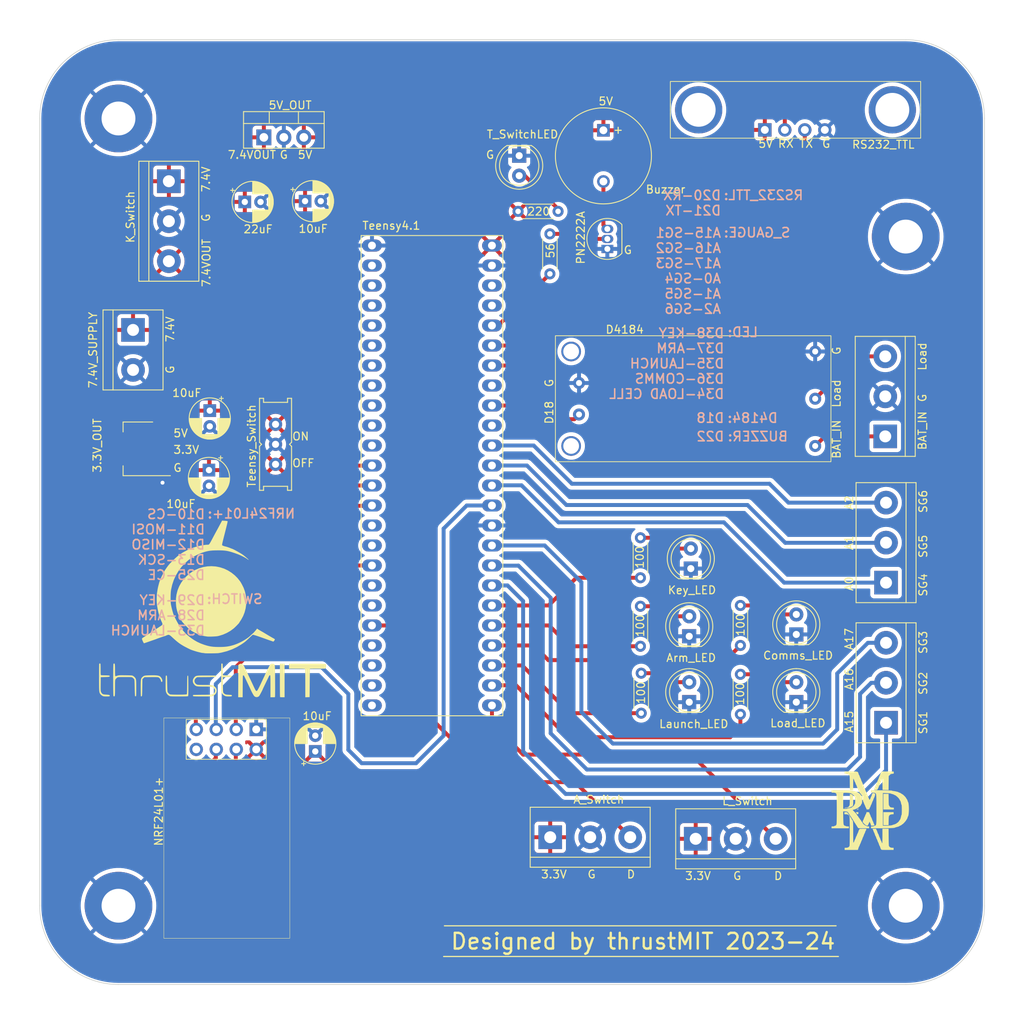
<source format=kicad_pcb>
(kicad_pcb (version 20221018) (generator pcbnew)
  (layers (0 "F.Cu" signal) (31 "B.Cu" power) (34 "B.Paste" user) (35 "F.Paste" user) (36 "B.SilkS" user "B.Silkscreen") (37 "F.SilkS" user "F.Silkscreen") (38 "B.Mask" user) (39 "F.Mask" user) (44 "Edge.Cuts" user))
  (net 0 "")
  (net 1 "Net-(BZ1-+)")
  (net 2 "Net-(D6-A)")
  (net 3 "LOAD")
  (net 4 "BAT_IN")
  (net 5 "3.3V")
  (net 6 "GND")
  (net 7 "Net-(D1-A)")
  (net 8 "Net-(D2-A)")
  (net 9 "Net-(D3-A)")
  (net 10 "Net-(D4-A)")
  (net 11 "Net-(D5-A)")
  (net 12 "Net-(Q1-B)")
  (net 13 "Buzzer")
  (net 24 "NRF_CE")
  (net 25 "NRF_CS")
  (net 26 "NRF_MOSI")
  (net 27 "NRF_MISO")
  (net 28 "SGO1")
  (net 29 "SGO2")
  (net 31 "SGO3")
  (net 33 "RS232_TTL_TX")
  (net 34 "RS232_TTL_RX")
  (net 36 "NRF_SCK")
  (net 37 "Key")
  (net 38 "Arm")
  (net 42 "Launch")
  (net 43 "Comms")
  (net 44 "Load_cell")
  (net 46 "SGO4")
  (net 47 "SGO5")
  (net 48 "SGO6")
  (net 49 "7.4V")
  (net 51 "5V")
  (net 52 "3.3Vin")
  (net 53 "D4184_")
  (net 54 "Key_switch")
  (net 55 "Arm_switch")
  (net 56 "Launch_switch")
  (net 61 "7.4VOUT")
  (footprint "Resistor_THT:R_Axial_DIN0204_L3.6mm_D1.6mm_P5.08mm_Horizontal" (layer "F.Cu") (at 176.5 125.54 90)
    (fp_text reference "R3" hide)
    (fp_text value "68" hide)
    (pad "1" thru_hole circle (at 0 0 90) (size 1.4 1.4) (drill 0.7) (layers "*.Cu" "*.Mask") (net 42 "Launch"))
    (pad "2" thru_hole oval (at 5.08 0 90) (size 1.4 1.4) (drill 0.7) (layers "*.Cu" "*.Mask") (net 9 "Net-(D3-A)"))
  )
  (footprint "Capacitor_THT:CP_Radial_D5.0mm_P2.00mm" (layer "F.Cu") (at 135.1 130.4 90)
    (fp_text reference "C1" hide)
    (fp_text value "10uF" hide)
    (pad "1" thru_hole rect (at 0 0 90) (size 1.6 1.6) (drill 0.8) (layers "*.Cu" "*.Mask") (net 5 "3.3V"))
    (pad "2" thru_hole circle (at 2 0 90) (size 1.6 1.6) (drill 0.8) (layers "*.Cu" "*.Mask") (net 6 "GND"))
  )
  (footprint "Resistor_THT:R_Axial_DIN0204_L3.6mm_D1.6mm_P5.08mm_Horizontal" (layer "F.Cu") (at 189.1 116.94 90)
    (fp_text reference "R4" hide)
    (fp_text value "68" hide)
    (pad "1" thru_hole circle (at 0 0 90) (size 1.4 1.4) (drill 0.7) (layers "*.Cu" "*.Mask") (net 43 "Comms"))
    (pad "2" thru_hole oval (at 5.08 0 90) (size 1.4 1.4) (drill 0.7) (layers "*.Cu" "*.Mask") (net 10 "Net-(D4-A)"))
  )
  (footprint "Capacitor_THT:CP_Radial_D5.0mm_P2.00mm" (layer "F.Cu") (at 126.144887 60.6)
    (fp_text reference "C4" hide)
    (fp_text value "22uF" hide)
    (pad "1" thru_hole rect (at 0 0) (size 1.6 1.6) (drill 0.8) (layers "*.Cu" "*.Mask") (net 61 "7.4VOUT"))
    (pad "2" thru_hole circle (at 2 0) (size 1.6 1.6) (drill 0.8) (layers "*.Cu" "*.Mask") (net 6 "GND"))
  )
  (footprint "TerminalBlock:TerminalBlock_bornier-2_P5.08mm" (layer "F.Cu") (at 111.95 76.86 -90)
    (fp_text reference "J4" hide)
    (fp_text value "7.4V" hide)
    (pad "1" thru_hole rect (at 0 0 270) (size 3 3) (drill 1.52) (layers "*.Cu" "*.Mask") (net 49 "7.4V"))
    (pad "2" thru_hole circle (at 5.08 0 270) (size 3 3) (drill 1.52) (layers "*.Cu" "*.Mask") (net 6 "GND"))
  )
  (footprint "Capacitor_THT:CP_Radial_D5.0mm_P2.00mm" (layer "F.Cu") (at 121.696 87.108888 -90)
    (fp_text reference "C2" hide)
    (fp_text value "10uF" hide)
    (pad "1" thru_hole rect (at 0 0 270) (size 1.6 1.6) (drill 0.8) (layers "*.Cu" "*.Mask") (net 51 "5V"))
    (pad "2" thru_hole circle (at 2 0 270) (size 1.6 1.6) (drill 0.8) (layers "*.Cu" "*.Mask") (net 6 "GND"))
  )
  (footprint "new_lib:EG1218" (layer "F.Cu") (at 130.05 91.39 90)
    (fp_text reference "SW1" hide)
    (fp_text value "SW_SPDT" hide)
    (pad "1" thru_hole circle (at -2.54 0 90) (size 1.6764 1.6764) (drill 0.9) (layers "*.Cu" "*.Mask") (net 5 "3.3V"))
    (pad "2" thru_hole circle (at 0 0 90) (size 1.6764 1.6764) (drill 0.9) (layers "*.Cu" "*.Mask") (net 6 "GND"))
    (pad "3" thru_hole circle (at 2.54 0 90) (size 1.6764 1.6764) (drill 0.9) (layers "*.Cu" "*.Mask") (net 52 "3.3Vin"))
  )
  (footprint "Capacitor_THT:CP_Radial_D5.0mm_P2.00mm" (layer "F.Cu") (at 133.8 60.5)
    (fp_text reference "C5" hide)
    (fp_text value "10uF" hide)
    (pad "1" thru_hole rect (at 0 0) (size 1.6 1.6) (drill 0.8) (layers "*.Cu" "*.Mask") (net 51 "5V"))
    (pad "2" thru_hole circle (at 2 0) (size 1.6 1.6) (drill 0.8) (layers "*.Cu" "*.Mask") (net 6 "GND"))
  )
  (footprint "MountingHole:MountingHole_4.3mm_M4_Pad" (layer "F.Cu") (at 210.1 65)
    (fp_text reference "H2" hide)
    (fp_text value "MountingHole_Pad" hide)
    (pad "1" thru_hole circle (at 0 0) (size 8.6 8.6) (drill 4.3) (layers "*.Cu" "*.Mask") (net 6 "GND"))
  )
  (footprint "LED_THT:LED_D5.0mm" (layer "F.Cu") (at 196.2 115.54 90)
    (fp_text reference "D4" hide)
    (fp_text value "Comms_GLED" hide)
    (pad "1" thru_hole rect (at 0 0 90) (size 1.8 1.8) (drill 0.9) (layers "*.Cu" "*.Mask") (net 6 "GND"))
    (pad "2" thru_hole circle (at 2.54 0 90) (size 1.8 1.8) (drill 0.9) (layers "*.Cu" "*.Mask") (net 10 "Net-(D4-A)"))
  )
  (footprint "new228:D4184" (layer "F.Cu") (at 165.6 77.6)
    (fp_text reference "U3" hide)
    (fp_text value "D4184" hide)
    (pad "1" thru_hole oval (at 3 6) (size 1.524 1.524) (drill 0.762) (layers "*.Cu" "*.Mask") (net 6 "GND"))
    (pad "2" thru_hole oval (at 3 10) (size 1.524 1.524) (drill 0.762) (layers "*.Cu" "*.Mask") (net 53 "D4184_"))
    (pad "3" thru_hole oval (at 33 2) (size 1.524 1.524) (drill 0.762) (layers "*.Cu" "*.Mask") (net 6 "GND"))
    (pad "4" thru_hole oval (at 33 8) (size 1.524 1.524) (drill 0.762) (layers "*.Cu" "*.Mask") (net 3 "LOAD"))
    (pad "5" thru_hole oval (at 33 14) (size 1.524 1.524) (drill 0.762) (layers "*.Cu" "*.Mask") (net 4 "BAT_IN"))
    (pad "6" thru_hole circle (at 2 2) (size 2.5 2.5) (drill 2) (layers "*.Cu" "*.Mask"))
    (pad "7" thru_hole circle (at 2 14) (size 2.5 2.5) (drill 2) (layers "*.Cu" "*.Mask"))
  )
  (footprint "MountingHole:MountingHole_4.3mm_M4_Pad" (layer "F.Cu") (at 210.1 150)
    (fp_text reference "H3" hide)
    (fp_text value "MountingHole_Pad" hide)
    (pad "1" thru_hole circle (at 0 0) (size 8.6 8.6) (drill 4.3) (layers "*.Cu" "*.Mask") (net 6 "GND"))
  )
  (footprint "NEW_LIB0:RS232_TTL" (layer "F.Cu") (at 212 52.5 -90)
    (fp_text reference "U2" hide)
    (fp_text value "RS232_TTL" hide)
    (pad "1" thru_hole rect (at -1.05 19.8 270) (size 1.7 1.7) (drill 1) (layers "*.Cu" "*.Mask") (net 51 "5V"))
    (pad "2" thru_hole circle (at -1.05 17.26 270) (size 1.7 1.7) (drill 1) (layers "*.Cu" "*.Mask") (net 34 "RS232_TTL_RX"))
    (pad "3" thru_hole circle (at -1.05 14.72 270) (size 1.7 1.7) (drill 1) (layers "*.Cu" "*.Mask") (net 33 "RS232_TTL_TX"))
    (pad "4" thru_hole circle (at -1.05 12.18 270) (size 1.7 1.7) (drill 1) (layers "*.Cu" "*.Mask") (net 6 "GND"))
    (pad "5" thru_hole circle (at -3.6 3.6 270) (size 6 6) (drill 4.3) (layers "*.Cu" "*.Mask"))
    (pad "6" thru_hole circle (at -3.6 28.2 270) (size 6 6) (drill 4.3) (layers "*.Cu" "*.Mask"))
  )
  (footprint "teensy:Teensy_4_1_thrustMIT" (layer "F.Cu") (at 149.92 64.87)
    (fp_text reference "Teensy_4_1" hide)
    (fp_text value "Teensy_4_1_thrustMIT" hide)
    (pad "0" thru_hole oval (at -7.62 3.81 90) (size 1.524 2.5) (drill 1) (layers "*.Cu" "*.Mask"))
    (pad "1" thru_hole oval (at -7.62 6.35 90) (size 1.524 2.5) (drill 1) (layers "*.Cu" "*.Mask"))
    (pad "2" thru_hole oval (at -7.62 8.89 90) (size 1.524 2.5) (drill 1) (layers "*.Cu" "*.Mask"))
    (pad "3" thru_hole oval (at -7.62 11.43 90) (size 1.524 2.5) (drill 1) (layers "*.Cu" "*.Mask"))
    (pad "3.3v" thru_hole oval (at -7.62 36.83 90) (size 1.524 2.5) (drill 1) (layers "*.Cu" "*.Mask"))
    (pad "3.3v()" thru_hole oval (at 7.62 6.35 90) (size 1.524 2.5) (drill 1) (layers "*.Cu" "*.Mask"))
    (pad "4" thru_hole oval (at -7.62 13.97 90) (size 1.524 2.5) (drill 1) (layers "*.Cu" "*.Mask"))
    (pad "5" thru_hole oval (at -7.62 16.51 90) (size 1.524 2.5) (drill 1) (layers "*.Cu" "*.Mask"))
    (pad "6" thru_hole oval (at -7.62 19.05 90) (size 1.524 2.5) (drill 1) (layers "*.Cu" "*.Mask"))
    (pad "7" thru_hole oval (at -7.62 21.59 90) (size 1.524 2.5) (drill 1) (layers "*.Cu" "*.Mask"))
    (pad "8" thru_hole oval (at -7.62 24.13 90) (size 1.524 2.5) (drill 1) (layers "*.Cu" "*.Mask"))
    (pad "9" thru_hole oval (at -7.62 26.67 90) (size 1.524 2.5) (drill 1) (layers "*.Cu" "*.Mask"))
    (pad "10" thru_hole oval (at -7.62 29.21 90) (size 1.524 2.5) (drill 1) (layers "*.Cu" "*.Mask") (net 25 "NRF_CS"))
    (pad "11" thru_hole oval (at -7.62 31.75 90) (size 1.524 2.5) (drill 1) (layers "*.Cu" "*.Mask") (net 26 "NRF_MOSI"))
    (pad "12" thru_hole oval (at -7.62 34.29 90) (size 1.524 2.5) (drill 1) (layers "*.Cu" "*.Mask") (net 27 "NRF_MISO"))
    (pad "13" thru_hole oval (at 7.62 34.29 90) (size 1.524 2.5) (drill 1) (layers "*.Cu" "*.Mask") (net 36 "NRF_SCK"))
    (pad "14" thru_hole oval (at 7.62 31.75 90) (size 1.524 2.5) (drill 1) (layers "*.Cu" "*.Mask") (net 46 "SGO4"))
    (pad "15" thru_hole oval (at 7.62 29.21 90) (size 1.524 2.5) (drill 1) (layers "*.Cu" "*.Mask") (net 47 "SGO5"))
    (pad "16" thru_hole oval (at 7.62 26.67 90) (size 1.524 2.5) (drill 1) (layers "*.Cu" "*.Mask") (net 48 "SGO6"))
    (pad "17" thru_hole oval (at 7.62 24.13 90) (size 1.524 2.5) (drill 1) (layers "*.Cu" "*.Mask"))
    (pad "18" thru_hole oval (at 7.62 21.59 90) (size 1.524 2.5) (drill 1) (layers "*.Cu" "*.Mask") (net 53 "D4184_"))
    (pad "19" thru_hole oval (at 7.62 19.05 90) (size 1.524 2.5) (drill 1) (layers "*.Cu" "*.Mask"))
    (pad "20" thru_hole oval (at 7.62 16.51 90) (size 1.524 2.5) (drill 1) (layers "*.Cu" "*.Mask") (net 34 "RS232_TTL_RX"))
    (pad "21" thru_hole oval (at 7.62 13.97 90) (size 1.524 2.5) (drill 1) (layers "*.Cu" "*.Mask") (net 33 "RS232_TTL_TX"))
    (pad "22" thru_hole oval (at 7.62 11.43 90) (size 1.524 2.5) (drill 1) (layers "*.Cu" "*.Mask") (net 13 "Buzzer"))
    (pad "23" thru_hole oval (at 7.62 8.89 90) (size 1.524 2.5) (drill 1) (layers "*.Cu" "*.Mask"))
    (pad "24" thru_hole oval (at -7.62 39.37 90) (size 1.524 2.5) (drill 1) (layers "*.Cu" "*.Mask"))
    (pad "25" thru_hole oval (at -7.62 41.91 90) (size 1.524 2.5) (drill 1) (layers "*.Cu" "*.Mask") (net 24 "NRF_CE"))
    (pad "26" thru_hole oval (at -7.62 44.45 90) (size 1.524 2.5) (drill 1) (layers "*.Cu" "*.Mask"))
    (pad "27" thru_hole oval (at -7.62 46.99 90) (size 1.524 2.5) (drill 1) (layers "*.Cu" "*.Mask"))
    (pad "28" thru_hole oval (at -7.62 49.53 90) (size 1.524 2.5) (drill 1) (layers "*.Cu" "*.Mask") (net 55 "Arm_switch"))
    (pad "29" thru_hole oval (at -7.62 52.07 90) (size 1.524 2.5) (drill 1) (layers "*.Cu" "*.Mask") (net 54 "Key_switch"))
    (pad "30" thru_hole oval (at -7.62 54.61 90) (size 1.524 2.5) (drill 1) (layers "*.Cu" "*.Mask"))
    (pad "31" thru_hole oval (at -7.62 57.15 90) (size 1.524 2.5) (drill 1) (layers "*.Cu" "*.Mask"))
    (pad "32" thru_hole oval (at -7.62 59.69 90) (size 1.524 2.5) (drill 1) (layers "*.Cu" "*.Mask"))
    (pad "33" thru_hole oval (at 7.62 59.69 90) (size 1.524 2.5) (drill 1) (layers "*.Cu" "*.Mask") (net 56 "Launch_switch"))
    (pad "34" thru_hole oval (at 7.62 57.15 90) (size 1.524 2.5) (drill 1) (layers "*.Cu" "*.Mask") (net 44 "Load_cell"))
    (pad "35" thru_hole oval (at 7.62 54.61 90) (size 1.524 2.5) (drill 1) (layers "*.Cu" "*.Mask") (net 42 "Launch"))
    (pad "36" thru_hole oval (at 7.62 52.07 90) (size 1.524 2.5) (drill 1) (layers "*.Cu" "*.Mask") (net 43 "Comms"))
    (pad "37" thru_hole oval (at 7.62 49.53 90) (size 1.524 2.5) (drill 1) (layers "*.Cu" "*.Mask") (net 38 "Arm"))
    (pad "38" thru_hole oval (at 7.62 46.99 90) (size 1.524 2.5) (drill 1) (layers "*.Cu" "*.Mask") (net 37 "Key"))
    (pad "39" thru_hole oval (at 7.62 44.45 90) (size 1.524 2.5) (drill 1) (layers "*.Cu" "*.Mask") (net 28 "SGO1"))
    (pad "40" thru_hole oval (at 7.62 41.91 90) (size 1.524 2.5) (drill 1) (layers "*.Cu" "*.Mask") (net 29 "SGO2"))
    (pad "41" thru_hole oval (at 7.62 39.37 90) (size 1.524 2.5) (drill 1) (layers "*.Cu" "*.Mask") (net 31 "SGO3"))
    (pad "G" thru_hole oval (at -7.62 1.27 90) (size 1.524 2.5) (drill 1) (layers "*.Cu" "*.Mask") (net 6 "GND"))
    (pad "G" thru_hole oval (at 7.62 3.81 90) (size 1.524 2.5) (drill 1) (layers "*.Cu" "*.Mask") (net 6 "GND"))
    (pad "G" thru_hole oval (at 7.62 36.83 90) (size 1.524 2.5) (drill 1) (layers "*.Cu" "*.Mask") (net 6 "GND"))
    (pad "Vin" thru_hole oval (at 7.62 1.27 90) (size 1.524 2.5) (drill 1) (layers "*.Cu" "*.Mask") (net 52 "3.3Vin"))
  )
  (footprint "TerminalBlock:TerminalBlock_bornier-3_P5.08mm" (layer "F.Cu") (at 183.42 141.5)
    (fp_text reference "J3" hide)
    (fp_text value "Launch" hide)
    (pad "1" thru_hole rect (at 0 0) (size 3 3) (drill 1.52) (layers "*.Cu" "*.Mask") (net 5 "3.3V"))
    (pad "2" thru_hole circle (at 5.08 0) (size 3 3) (drill 1.52) (layers "*.Cu" "*.Mask") (net 6 "GND"))
    (pad "3" thru_hole circle (at 10.16 0) (size 3 3) (drill 1.52) (layers "*.Cu" "*.Mask") (net 56 "Launch_switch"))
  )
  (footprint "LED_THT:LED_D5.0mm" (layer "F.Cu") (at 182.6 115.775 90)
    (fp_text reference "D2" hide)
    (fp_text value "Arm_YLED" hide)
    (pad "1" thru_hole rect (at 0 0 90) (size 1.8 1.8) (drill 0.9) (layers "*.Cu" "*.Mask") (net 6 "GND"))
    (pad "2" thru_hole circle (at 2.54 0 90) (size 1.8 1.8) (drill 0.9) (layers "*.Cu" "*.Mask") (net 8 "Net-(D2-A)"))
  )
  (footprint "Resistor_THT:R_Axial_DIN0204_L3.6mm_D1.6mm_P5.08mm_Horizontal" (layer "F.Cu") (at 189.1 125.68 90)
    (fp_text reference "R5" hide)
    (fp_text value "68" hide)
    (pad "1" thru_hole circle (at 0 0 90) (size 1.4 1.4) (drill 0.7) (layers "*.Cu" "*.Mask") (net 44 "Load_cell"))
    (pad "2" thru_hole oval (at 5.08 0 90) (size 1.4 1.4) (drill 0.7) (layers "*.Cu" "*.Mask") (net 11 "Net-(D5-A)"))
  )
  (footprint "TerminalBlock:TerminalBlock_bornier-3_P5.08mm" (layer "F.Cu") (at 164.94 141.3)
    (fp_text reference "J2" hide)
    (fp_text value "Arm" hide)
    (pad "1" thru_hole rect (at 0 0) (size 3 3) (drill 1.52) (layers "*.Cu" "*.Mask") (net 5 "3.3V"))
    (pad "2" thru_hole circle (at 5.08 0) (size 3 3) (drill 1.52) (layers "*.Cu" "*.Mask") (net 6 "GND"))
    (pad "3" thru_hole circle (at 10.16 0) (size 3 3) (drill 1.52) (layers "*.Cu" "*.Mask") (net 55 "Arm_switch"))
  )
  (footprint "Package_TO_SOT_THT:TO-92_Inline" (layer "F.Cu") (at 172.2 66.57 90)
    (fp_text reference "Q1" hide)
    (fp_text value "PN2222A" hide)
    (pad "1" thru_hole rect (at 0 0 90) (size 1.05 1.5) (drill 0.75) (layers "*.Cu" "*.Mask") (net 6 "GND"))
    (pad "2" thru_hole oval (at 1.27 0 90) (size 1.05 1.5) (drill 0.75) (layers "*.Cu" "*.Mask") (net 12 "Net-(Q1-B)"))
    (pad "3" thru_hole oval (at 2.54 0 90) (size 1.05 1.5) (drill 0.75) (layers "*.Cu" "*.Mask") (net 1 "Net-(BZ1-+)"))
  )
  (footprint "Package_TO_SOT_THT:TO-220-3_Vertical" (layer "F.Cu") (at 128.564887 52.4)
    (fp_text reference "U4" hide)
    (fp_text value "LM7805_TO220" hide)
    (pad "1" thru_hole rect (at 0 0) (size 1.905 2) (drill 1.1) (layers "*.Cu" "*.Mask") (net 61 "7.4VOUT"))
    (pad "2" thru_hole oval (at 2.54 0) (size 1.905 2) (drill 1.1) (layers "*.Cu" "*.Mask") (net 6 "GND"))
    (pad "3" thru_hole oval (at 5.08 0) (size 1.905 2) (drill 1.1) (layers "*.Cu" "*.Mask") (net 51 "5V"))
  )
  (footprint "TMIT_LOGO:LOGO_03" (layer "F.Cu") (at 205.6 138.05)
    (fp_text reference "U5" hide)
    (fp_text value "~" hide)
  )
  (footprint "TerminalBlock:TerminalBlock_bornier-3_P5.08mm" (layer "F.Cu") (at 207.6 108.96 90)
    (fp_text reference "J7" hide)
    (fp_text value "SG2" hide)
    (pad "1" thru_hole rect (at 0 0 90) (size 3 3) (drill 1.52) (layers "*.Cu" "*.Mask") (net 46 "SGO4"))
    (pad "2" thru_hole circle (at 5.08 0 90) (size 3 3) (drill 1.52) (layers "*.Cu" "*.Mask") (net 47 "SGO5"))
    (pad "3" thru_hole circle (at 10.16 0 90) (size 3 3) (drill 1.52) (layers "*.Cu" "*.Mask") (net 48 "SGO6"))
  )
  (footprint "Resistor_THT:R_Axial_DIN0204_L3.6mm_D1.6mm_P5.08mm_Horizontal" (layer "F.Cu") (at 160.86 61.8)
    (fp_text reference "R6" hide)
    (fp_text value "220" hide)
    (pad "1" thru_hole circle (at 0 0) (size 1.4 1.4) (drill 0.7) (layers "*.Cu" "*.Mask") (net 52 "3.3Vin"))
    (pad "2" thru_hole oval (at 5.08 0) (size 1.4 1.4) (drill 0.7) (layers "*.Cu" "*.Mask") (net 2 "Net-(D6-A)"))
  )
  (footprint "LED_THT:LED_D5.0mm" (layer "F.Cu") (at 196.2 124.14 90)
    (fp_text reference "D5" hide)
    (fp_text value "LoadCell_GLED" hide)
    (pad "1" thru_hole rect (at 0 0 90) (size 1.8 1.8) (drill 0.9) (layers "*.Cu" "*.Mask") (net 6 "GND"))
    (pad "2" thru_hole circle (at 2.54 0 90) (size 1.8 1.8) (drill 0.9) (layers "*.Cu" "*.Mask") (net 11 "Net-(D5-A)"))
  )
  (footprint "Capacitor_THT:CP_Radial_D5.0mm_P2.00mm" (layer "F.Cu") (at 121.596 94.664 -90)
    (fp_text reference "C3" hide)
    (fp_text value "10uF" hide)
    (pad "1" thru_hole rect (at 0 0 270) (size 1.6 1.6) (drill 0.8) (layers "*.Cu" "*.Mask") (net 5 "3.3V"))
    (pad "2" thru_hole circle (at 2 0 270) (size 1.6 1.6) (drill 0.8) (layers "*.Cu" "*.Mask") (net 6 "GND"))
  )
  (footprint "LED_THT:LED_D5.0mm" (layer "F.Cu") (at 182.8 107.175 90)
    (fp_text reference "D1" hide)
    (fp_text value "Key_GLED" hide)
    (pad "1" thru_hole rect (at 0 0 90) (size 1.8 1.8) (drill 0.9) (layers "*.Cu" "*.Mask") (net 6 "GND"))
    (pad "2" thru_hole circle (at 2.54 0 90) (size 1.8 1.8) (drill 0.9) (layers "*.Cu" "*.Mask") (net 7 "Net-(D1-A)"))
  )
  (footprint "NEW_LIB0:nrf24l01+" (layer "F.Cu") (at 131.86 154.14 -90)
    (fp_text reference "U1" hide)
    (fp_text value "NRF24L01+" hide)
    (pad "1" thru_hole rect (at -26.54 4.26 270) (size 1.7 1.7) (drill 1) (layers "*.Cu" "*.Mask") (net 6 "GND"))
    (pad "2" thru_hole circle (at -24 4.26 270) (size 1.7 1.7) (drill 1) (layers "*.Cu" "*.Mask") (net 5 "3.3V"))
    (pad "3" thru_hole circle (at -26.54 6.8 270) (size 1.7 1.7) (drill 1) (layers "*.Cu" "*.Mask") (net 24 "NRF_CE"))
    (pad "4" thru_hole circle (at -24 6.8 270) (size 1.7 1.7) (drill 1) (layers "*.Cu" "*.Mask") (net 25 "NRF_CS"))
    (pad "5" thru_hole circle (at -26.54 9.34 270) (size 1.7 1.7) (drill 1) (layers "*.Cu" "*.Mask") (net 36 "NRF_SCK"))
    (pad "6" thru_hole circle (at -24 9.34 270) (size 1.7 1.7) (drill 1) (layers "*.Cu" "*.Mask") (net 26 "NRF_MOSI"))
    (pad "7" thru_hole circle (at -26.54 11.88 270) (size 1.7 1.7) (drill 1) (layers "*.Cu" "*.Mask") (net 27 "NRF_MISO"))
    (pad "8" thru_hole circle (at -24 11.88 270) (size 1.7 1.7) (drill 1) (layers "*.Cu" "*.Mask"))
  )
  (footprint "TerminalBlock:TerminalBlock_bornier-3_P5.08mm" (layer "F.Cu") (at 207.5 90.38 90)
    (fp_text reference "J6" hide)
    (fp_text value "D4184" hide)
    (pad "1" thru_hole rect (at 0 0 90) (size 3 3) (drill 1.52) (layers "*.Cu" "*.Mask") (net 4 "BAT_IN"))
    (pad "2" thru_hole circle (at 5.08 0 90) (size 3 3) (drill 1.52) (layers "*.Cu" "*.Mask") (net 6 "GND"))
    (pad "3" thru_hole circle (at 10.16 0 90) (size 3 3) (drill 1.52) (layers "*.Cu" "*.Mask") (net 3 "LOAD"))
  )
  (footprint "Resistor_THT:R_Axial_DIN0204_L3.6mm_D1.6mm_P5.08mm_Horizontal" (layer "F.Cu") (at 176.4 108.34 90)
    (fp_text reference "R1" hide)
    (fp_text value "68" hide)
    (pad "1" thru_hole circle (at 0 0 90) (size 1.4 1.4) (drill 0.7) (layers "*.Cu" "*.Mask") (net 37 "Key"))
    (pad "2" thru_hole oval (at 5.08 0 90) (size 1.4 1.4) (drill 0.7) (layers "*.Cu" "*.Mask") (net 7 "Net-(D1-A)"))
  )
  (footprint "Package_TO_SOT_SMD:SOT-223-3_TabPin2" (layer "F.Cu") (at 112.596 91.964 180)
    (fp_text reference "U6" hide)
    (fp_text value "AMS1117-3.3" hide)
    (pad "1" smd rect (at -3.15 -2.3 180) (size 2 1.5) (layers "F.Cu" "F.Paste" "F.Mask") (net 6 "GND"))
    (pad "2" smd rect (at -3.15 0 180) (size 2 1.5) (layers "F.Cu" "F.Paste" "F.Mask") (net 5 "3.3V"))
    (pad "2" smd rect (at 3.15 0 180) (size 2 3.8) (layers "F.Cu" "F.Paste" "F.Mask") (net 5 "3.3V"))
    (pad "3" smd rect (at -3.15 2.3 180) (size 2 1.5) (layers "F.Cu" "F.Paste" "F.Mask") (net 51 "5V"))
  )
  (footprint "TerminalBlock:TerminalBlock_bornier-3_P5.08mm" (layer "F.Cu") (at 116.5 57.97 -90)
    (fp_text reference "J1" hide)
    (fp_text value "Key" hide)
    (pad "1" thru_hole rect (at 0 0 270) (size 3 3) (drill 1.52) (layers "*.Cu" "*.Mask") (net 49 "7.4V"))
    (pad "2" thru_hole circle (at 5.08 0 270) (size 3 3) (drill 1.52) (layers "*.Cu" "*.Mask") (net 6 "GND"))
    (pad "3" thru_hole circle (at 10.16 0 270) (size 3 3) (drill 1.52) (layers "*.Cu" "*.Mask") (net 61 "7.4VOUT"))
  )
  (footprint "LED_THT:LED_D5.0mm" (layer "F.Cu") (at 182.6 124.14 90)
    (fp_text reference "D3" hide)
    (fp_text value "Launch_RLED" hide)
    (pad "1" thru_hole rect (at 0 0 90) (size 1.8 1.8) (drill 0.9) (layers "*.Cu" "*.Mask") (net 6 "GND"))
    (pad "2" thru_hole circle (at 2.54 0 90) (size 1.8 1.8) (drill 0.9) (layers "*.Cu" "*.Mask") (net 9 "Net-(D3-A)"))
  )
  (footprint "Buzzer_Beeper:MagneticBuzzer_ProSignal_ABT-410-RC" (layer "F.Cu") (at 171.7 51.5 -90)
    (fp_text reference "BZ1" hide)
    (fp_text value "Buzzer" hide)
    (fp_text user "+" (at 0 -1.8 90) (layer "F.SilkS"))
    (pad "1" thru_hole rect (at 0 0 270) (size 1.6 1.6) (drill 1) (layers "*.Cu" "*.Mask") (net 51 "5V"))
    (pad "2" thru_hole circle (at 6.5 0 270) (size 1.6 1.6) (drill 1) (layers "*.Cu" "*.Mask") (net 1 "Net-(BZ1-+)"))
  )
  (footprint "LED_THT:LED_D5.0mm" (layer "F.Cu") (at 161 54.725 -90)
    (fp_text reference "D6" hide)
    (fp_text value "Teensy_Switch" hide)
    (pad "1" thru_hole rect (at 0 0 270) (size 1.8 1.8) (drill 0.9) (layers "*.Cu" "*.Mask") (net 6 "GND"))
    (pad "2" thru_hole circle (at 2.54 0 270) (size 1.8 1.8) (drill 0.9) (layers "*.Cu" "*.Mask") (net 2 "Net-(D6-A)"))
  )
  (footprint "MountingHole:MountingHole_4.3mm_M4_Pad" (layer "F.Cu") (at 110.1 150)
    (fp_text reference "H4" hide)
    (fp_text value "MountingHole_Pad" hide)
    (pad "1" thru_hole circle (at 0 0) (size 8.6 8.6) (drill 4.3) (layers "*.Cu" "*.Mask") (net 6 "GND"))
  )
  (footprint "Resistor_THT:R_Axial_DIN0204_L3.6mm_D1.6mm_P5.08mm_Horizontal" (layer "F.Cu") (at 176.4 117.04 90)
    (fp_text reference "R2" hide)
    (fp_text value "68" hide)
    (pad "1" thru_hole circle (at 0 0 90) (size 1.4 1.4) (drill 0.7) (layers "*.Cu" "*.Mask") (net 38 "Arm"))
    (pad "2" thru_hole oval (at 5.08 0 90) (size 1.4 1.4) (drill 0.7) (layers "*.Cu" "*.Mask") (net 8 "Net-(D2-A)"))
  )
  (footprint "MountingHole:MountingHole_4.3mm_M4_Pad" (layer "F.Cu") (at 110.1 50)
    (fp_text reference "H1" hide)
    (fp_text value "MountingHole_Pad" hide)
    (pad "1" thru_hole circle (at 0 0) (size 8.6 8.6) (drill 4.3) (layers "*.Cu" "*.Mask") (net 6 "GND"))
  )
  (footprint "TerminalBlock:TerminalBlock_bornier-3_P5.08mm" (layer "F.Cu") (at 207.6 126.76 90)
    (fp_text reference "J5" hide)
    (fp_text value "SG1" hide)
    (pad "1" thru_hole rect (at 0 0 90) (size 3 3) (drill 1.52) (layers "*.Cu" "*.Mask") (net 28 "SGO1"))
    (pad "2" thru_hole circle (at 5.08 0 90) (size 3 3) (drill 1.52) (layers "*.Cu" "*.Mask") (net 29 "SGO2"))
    (pad "3" thru_hole circle (at 10.16 0 90) (size 3 3) (drill 1.52) (layers "*.Cu" "*.Mask") (net 31 "SGO3"))
  )
  (footprint "Resistor_THT:R_Axial_DIN0204_L3.6mm_D1.6mm_P5.08mm_Horizontal" (layer "F.Cu") (at 164.9 69.74 90)
    (fp_text reference "R7" hide)
    (fp_text value "56" hide)
    (pad "1" thru_hole circle (at 0 0 90) (size 1.4 1.4) (drill 0.7) (layers "*.Cu" "*.Mask") (net 13 "Buzzer"))
    (pad "2" thru_hole oval (at 5.08 0 90) (size 1.4 1.4) (drill 0.7) (layers "*.Cu" "*.Mask") (net 12 "Net-(Q1-B)"))
  )
  (footprint "TMIT_LOGO:LOGO__01" (layer "F.Cu") (at 121.812114 110.867579)
    (fp_text reference "U7" hide)
    (fp_text value "~" hide)
  )
  (gr_line (start 151.5 152.55) (end 201.25 152.55) (stroke (width 0.15)) (layer "F.SilkS"))
  (gr_line (start 151.4 156.45) (end 201.55 156.45) (stroke (width 0.15)) (layer "F.SilkS"))
  (gr_arc (start 210.1 40) (mid 217.171068 42.928932) (end 220.1 50) (stroke (width 0.1)) (layer "Edge.Cuts"))
  (gr_line (start 110.1 40) (end 210.1 40) (stroke (width 0.1)) (layer "Edge.Cuts"))
  (gr_line (start 220.1 50) (end 220.1 150) (stroke (width 0.1)) (layer "Edge.Cuts"))
  (gr_arc (start 100.1 50) (mid 103.028932 42.928932) (end 110.1 40) (stroke (width 0.1)) (layer "Edge.Cuts"))
  (gr_line (start 100.1 150) (end 100.1 50) (stroke (width 0.1)) (layer "Edge.Cuts"))
  (gr_line (start 210.1 160) (end 110.1 160) (stroke (width 0.1)) (layer "Edge.Cuts"))
  (gr_arc (start 110.1 160) (mid 103.028932 157.071068) (end 100.1 150) (stroke (width 0.1)) (layer "Edge.Cuts"))
  (gr_arc (start 220.1 150) (mid 217.171068 157.071068) (end 210.1 160) (stroke (width 0.1)) (layer "Edge.Cuts"))
  (gr_text "BUZZER:" (at 195.25 91.1) (layer "B.SilkS") (effects (font (size 1.2 1.2) (thickness 0.2) bold) (justify left bottom mirror)))
  (gr_text "D18" (at 187.15 88.75) (layer "B.SilkS") (effects (font (size 1.2 1.2) (thickness 0.2) bold) (justify left bottom mirror)))
  (gr_text "D22" (at 187.15 91.1) (layer "B.SilkS") (effects (font (size 1.2 1.2) (thickness 0.2) bold) (justify left bottom mirror)))
  (gr_text "RS232_TTL:" (at 197.2 60.45) (layer "B.SilkS") (effects (font (size 1.2 1.2) (thickness 0.2) bold) (justify left bottom mirror)))
  (gr_text "A0-SG4\nA1-SG5\nA2-SG6" (at 186.75 74.9) (layer "B.SilkS") (effects (font (size 1.2 1.2) (thickness 0.2) bold) (justify left bottom mirror)))
  (gr_text "NRF24L01+:" (at 132.65 100.9) (layer "B.SilkS") (effects (font (size 1.2 1.2) (thickness 0.2) bold) (justify left bottom mirror)))
  (gr_text "LED:" (at 191.45 77.85) (layer "B.SilkS") (effects (font (size 1.2 1.2) (thickness 0.2) bold) (justify left bottom mirror)))
  (gr_text "SWITCH:" (at 128.5 111.75) (layer "B.SilkS") (effects (font (size 1.2 1.2) (thickness 0.2) bold) (justify left bottom mirror)))
  (gr_text "D10-CS\nD11-MOSI\nD12-MISO\nD13-SCK\nD25-CE" (at 121.2 108.7) (layer "B.SilkS") (effects (font (size 1.2 1.2) (thickness 0.2) bold) (justify left bottom mirror)))
  (gr_text "D20-RX\nD21-TX" (at 186.75 62.4) (layer "B.SilkS") (effects (font (size 1.2 1.2) (thickness 0.2) bold) (justify left bottom mirror)))
  (gr_text "S_GAUGE:" (at 195.55 65.2) (layer "B.SilkS") (effects (font (size 1.2 1.2) (thickness 0.2) bold) (justify left bottom mirror)))
  (gr_text "D29-KEY\nD28-ARM\nD33-LAUNCH" (at 121.2 115.75) (layer "B.SilkS") (effects (font (size 1.2 1.2) (thickness 0.2) bold) (justify left bottom mirror)))
  (gr_text "D4184: " (at 193.95 88.75) (layer "B.SilkS") (effects (font (size 1.2 1.2) (thickness 0.2) bold) (justify left bottom mirror)))
  (gr_text "D38-KEY\nD37-ARM\nD35-LAUNCH\nD36-COMMS\nD34-LOAD CELL" (at 187.15 85.7) (layer "B.SilkS") (effects (font (size 1.2 1.2) (thickness 0.2) bold) (justify left bottom mirror)))
  (gr_text "A15-SG1\nA16-SG2\nA17-SG3" (at 186.75 69.1) (layer "B.SilkS") (effects (font (size 1.2 1.2) (thickness 0.2) bold) (justify left bottom mirror)))
  (gr_text "T_SwitchLED" (at 156.8 52.6) (layer "F.SilkS") (effects (font (size 1 1)) (justify left bottom)))
  (gr_text "BAT_IN" (at 212.8 92.2 90) (layer "F.SilkS") (effects (font (size 1 1)) (justify left bottom)))
  (gr_text "A2" (at 203.5 99.8 90) (layer "F.SilkS") (effects (font (size 1 1)) (justify left bottom)))
  (gr_text "G" (at 116.996 94.964) (layer "F.SilkS") (effects (font (size 1 1)) (justify left bottom)))
  (gr_text "G" (at 199.4 53.8) (layer "F.SilkS") (effects (font (size 1 1)) (justify left bottom)))
  (gr_text "SG4" (at 212.9 110.8 90) (layer "F.SilkS") (effects (font (size 1 1)) (justify left bottom)))
  (gr_text "BAT_IN" (at 201.9 93.3 90) (layer "F.SilkS") (effects (font (size 1 1)) (justify left bottom)))
  (gr_text "PN2222A" (at 169.4 68.6 90) (layer "F.SilkS") (effects (font (size 1 1)) (justify left bottom)))
  (gr_text "D" (at 174.6 146.6) (layer "F.SilkS") (effects (font (size 1 1)) (justify left bottom)))
  (gr_text "G" (at 156.7 55.2) (layer "F.SilkS") (effects (font (size 1 1)) (justify left bottom)))
  (gr_text "10uF" (at 116.1 99.55) (layer "F.SilkS") (effects (font (size 1 1)) (justify left bottom)))
  (gr_text "D18" (at 165.4 88.9 90) (layer "F.SilkS") (effects (font (size 1 1)) (justify left bottom)))
  (gr_text "3.3V_OUT" (at 107.996 95.064 90) (layer "F.SilkS") (effects (font (size 1 1)) (justify left bottom)))
  (gr_text "D4184" (at 171.9 77.4) (layer "F.SilkS") (effects (font (size 1 1)) (justify left bottom)))
  (gr_text "10uF" (at 133.4 126.5) (layer "F.SilkS") (effects (font (size 1 1)) (justify left bottom)))
  (gr_text "A17" (at 203.5 117.6 90) (layer "F.SilkS") (effects (font (size 1 1)) (justify left bottom)))
  (gr_text "A_Switch" (at 167.8 137.1) (layer "F.SilkS") (effects (font (size 1 1)) (justify left bottom)))
  (gr_text "A16" (at 203.5 122.7 90) (layer "F.SilkS") (effects (font (size 1 1)) (justify left bottom)))
  (gr_text "5V" (at 132.8 55.2) (layer "F.SilkS") (effects (font (size 1 1)) (justify left bottom)))
  (gr_text "Key_LED" (at 179.8 110.5) (layer "F.SilkS") (effects (font (size 1 1)) (justify left bottom)))
  (gr_text "7.4VOUT" (at 123.9 55.2) (layer "F.SilkS") (effects (font (size 1 1)) (justify left bottom)))
  (gr_text "7.4V_SUPPLY" (at 107.45 84.35 90) (layer "F.SilkS") (effects (font (size 1 1)) (justify left bottom)))
  (gr_text "RX" (at 193.8 53.8) (layer "F.SilkS") (effects (font (size 1 1)) (justify left bottom)))
  (gr_text "TX" (at 196.5 53.8) (layer "F.SilkS") (effects (font (size 1 1)) (justify left bottom)))
  (gr_text "G" (at 212.8 86.1 90) (layer "F.SilkS") (effects (font (size 1 1)) (justify left bottom)))
  (gr_text "Comms_LED" (at 191.9 118.8) (layer "F.SilkS") (effects (font (size 1 1)) (justify left bottom)))
  (gr_text "5V" (at 116.996 90.564) (layer "F.SilkS") (effects (font (size 1 1)) (justify left bottom)))
  (gr_text "G" (at 117.25 82.5 90) (layer "F.SilkS") (effects (font (size 1 1)) (justify left bottom)))
  (gr_text "10uF" (at 132.9 64.6) (layer "F.SilkS") (effects (font (size 1 1)) (justify left bottom)))
  (gr_text "22uF" (at 125.9 64.65) (layer "F.SilkS") (effects (font (size 1 1)) (justify left bottom)))
  (gr_text "SG2" (at 212.9 123.3 90) (layer "F.SilkS") (effects (font (size 1 1)) (justify left bottom)))
  (gr_text "ON" (at 132.096 90.964) (layer "F.SilkS") (effects (font (size 1 1)) (justify left bottom)))
  (gr_text "Teensy4.1" (at 141 64.2) (layer "F.SilkS") (effects (font (size 1 1)) (justify left bottom)))
  (gr_text "5V" (at 191.3 53.8) (layer "F.SilkS") (effects (font (size 1 1)) (justify left bottom)))
  (gr_text "3.3V" (at 182 146.8) (layer "F.SilkS") (effects (font (size 1 1)) (justify left bottom)))
  (gr_text "G" (at 201.9 80.1 90) (layer "F.SilkS") (effects (font (size 1 1)) (justify left bottom)))
  (gr_text "Load" (at 201.9 86.8 90) (layer "F.SilkS") (effects (font (size 1 1)) (justify left bottom)))
  (gr_text "A0" (at 203.5 110.1 90) (layer "F.SilkS") (effects (font (size 1 1)) (justify left bottom)))
  (gr_text "7.4V" (at 121.8 59.45 90) (layer "F.SilkS") (effects (font (size 1 1)) (justify left bottom)))
  (gr_text "Teensy_Switch" (at 127.596 96.964 90) (layer "F.SilkS") (effects (font (size 1 1)) (justify left bottom)))
  (gr_text "G" (at 121.8 63.2 90) (layer "F.SilkS") (effects (font (size 1 1)) (justify left bottom)))
  (gr_text "SG1" (at 212.9 128.3 90) (layer "F.SilkS") (effects (font (size 1 1)) (justify left bottom)))
  (gr_text "100" (at 189.7 115.85 90) (layer "F.SilkS") (effects (font (size 1 1)) (justify left bottom)))
  (gr_text "3.3V" (at 116.996 92.664) (layer "F.SilkS") (effects (font (size 1 1)) (justify left bottom)))
  (gr_text "Load_LED" (at 192.8 127.4) (layer "F.SilkS") (effects (font (size 1 1)) (justify left bottom)))
  (gr_text "7.4V" (at 117.25 78.5 90) (layer "F.SilkS") (effects (font (size 1 1)) (justify left bottom)))
  (gr_text "SG5" (at 212.9 105.9 90) (layer "F.SilkS") (effects (font (size 1 1)) (justify left bottom)))
  (gr_text "A1" (at 203.5 104.9 90) (layer "F.SilkS") (effects (font (size 1 1)) (justify left bottom)))
  (gr_text "10uF" (at 116.85 85.45) (layer "F.SilkS") (effects (font (size 1 1)) (justify left bottom)))
  (gr_text "3.3V" (at 163.7 146.6) (layer "F.SilkS") (effects (font (size 1 1)) (justify left bottom)))
  (gr_text "56" (at 165.55 67.85 90) (layer "F.SilkS") (effects (font (size 1 1)) (justify left bottom)))
  (gr_text "5V_OUT" (at 129.1 48.9) (layer "F.SilkS") (effects (font (size 1 1)) (justify left bottom)))
  (gr_text "SG3" (at 212.9 118.1 90) (layer "F.SilkS") (effects (font (size 1 1)) (justify left bottom)))
  (gr_text "Load" (at 212.8 82.1 90) (layer "F.SilkS") (effects (font (size 1 1)) (justify left bottom)))
  (gr_text "G" (at 188.1 146.8) (layer "F.SilkS") (effects (font (size 1 1)) (justify left bottom)))
  (gr_text "100" (at 176.9 107.25 90) (layer "F.SilkS") (effects (font (size 1 1)) (justify left bottom)))
  (gr_text "NRF24L01+" (at 115.8 142.5 90) (layer "F.SilkS") (effects (font (size 1 1)) (justify left bottom)))
  (gr_text "D" (at 193.3 146.8) (layer "F.SilkS") (effects (font (size 1 1)) (justify left bottom)))
  (gr_text "5V" (at 171 48.4) (layer "F.SilkS") (effects (font (size 1 1)) (justify left bottom)))
  (gr_text "100" (at 176.95 115.95 90) (layer "F.SilkS") (effects (font (size 1 1)) (justify left bottom)))
  (gr_text "A15" (at 203.5 128.1 90) (layer "F.SilkS") (effects (font (size 1 1)) (justify left bottom)))
  (gr_text "Arm_LED" (at 179.6 119.1) (layer "F.SilkS") (effects (font (size 1 1)) (justify left bottom)))
  (gr_text "RS232_TTL" (at 203.2 53.9) (layer "F.SilkS") (effects (font (size 1 1)) (justify left bottom)))
  (gr_text "SG6" (at 212.9 100.2 90) (layer "F.SilkS") (effects (font (size 1 1)) (justify left bottom)))
  (gr_text "Buzzer" (at 177 59.6) (layer "F.SilkS") (effects (font (size 1 1)) (justify left bottom)))
  (gr_text "G" (at 174.2 67.3) (layer "F.SilkS") (effects (font (size 1 1)) (justify left bottom)))
  (gr_text "220" (at 161.95 62.4) (layer "F.SilkS") (effects (font (size 1 1)) (justify left bottom)))
  (gr_text "G" (at 165.4 84.2 90) (layer "F.SilkS") (effects (font (size 1 1)) (justify left bottom)))
  (gr_text "Designed by thrustMIT 2023-24" (at 152.15 155.7) (layer "F.SilkS") (effects (font (size 2 2) (thickness 0.3)) (justify left bottom)))
  (gr_text "Launch_LED" (at 178.7 127.5) (layer "F.SilkS") (effects (font (size 1 1)) (justify left bottom)))
  (gr_text "K_Switch" (at 112.2 65.9 90) (layer "F.SilkS") (effects (font (size 1 1)) (justify left bottom)))
  (gr_text "G" (at 169.6 146.6) (layer "F.SilkS") (effects (font (size 1 1)) (justify left bottom)))
  (gr_text "L_Switch" (at 186.7 137.3) (layer "F.SilkS") (effects (font (size 1 1)) (justify left bottom)))
  (gr_text "100" (at 189.65 124.6 90) (layer "F.SilkS") (effects (font (size 1 1)) (justify left bottom)))
  (gr_text "7.4VOUT" (at 121.85 71.5 90) (layer "F.SilkS") (effects (font (size 1 1)) (justify left bottom)))
  (gr_text "100" (at 177.05 124.45 90) (layer "F.SilkS") (effects (font (size 1 1)) (justify left bottom)))
  (gr_text "OFF" (at 132.096 94.364) (layer "F.SilkS") (effects (font (size 1 1)) (justify left bottom)))
  (gr_text "G" (at 130.5 55.2) (layer "F.SilkS") (effects (font (size 1 1)) (justify left bottom)))
  (segment (start 171.7 63.53) (end 172.2 64.03) (width 0.5) (layer "F.Cu") (net 1))
  (segment (start 171.7 58) (end 171.7 63.53) (width 0.5) (layer "F.Cu") (net 1))
  (segment (start 161.705 57.265) (end 165.84 61.4) (width 0.5) (layer "F.Cu") (net 2))
  (segment (start 161 57.265) (end 161.705 57.265) (width 0.5) (layer "F.Cu") (net 2))
  (segment (start 203.98 80.22) (end 207.5 80.22) (width 0.5) (layer "F.Cu") (net 3))
  (segment (start 198.6 85.6) (end 203.98 80.22) (width 0.5) (layer "F.Cu") (net 3))
  (segment (start 199.82 90.38) (end 207.5 90.38) (width 0.5) (layer "F.Cu") (net 4))
  (segment (start 198.6 91.6) (end 199.82 90.38) (width 0.5) (layer "F.Cu") (net 4))
  (via (at 115.696 96.264) (size 0.8) (drill 0.5) (layers "F.Cu" "B.Cu") (net 6))
  (segment (start 180.635 104.635) (end 179.26 103.26) (width 0.5) (layer "F.Cu") (net 7))
  (segment (start 179.26 103.26) (end 176.4 103.26) (width 0.5) (layer "F.Cu") (net 7))
  (segment (start 182.8 104.635) (end 180.635 104.635) (width 0.5) (layer "F.Cu") (net 7))
  (segment (start 180.235 113.235) (end 178.96 111.96) (width 0.5) (layer "F.Cu") (net 8))
  (segment (start 178.96 111.96) (end 176.4 111.96) (width 0.5) (layer "F.Cu") (net 8))
  (segment (start 182.6 113.235) (end 180.235 113.235) (width 0.5) (layer "F.Cu") (net 8))
  (segment (start 179.7 121.6) (end 178.56 120.46) (width 0.5) (layer "F.Cu") (net 9))
  (segment (start 178.56 120.46) (end 176.5 120.46) (width 0.5) (layer "F.Cu") (net 9))
  (segment (start 182.6 121.6) (end 179.7 121.6) (width 0.5) (layer "F.Cu") (net 9))
  (segment (start 192.16 111.86) (end 189.1 111.86) (width 0.5) (layer "F.Cu") (net 10))
  (segment (start 193.3 113) (end 192.16 111.86) (width 0.5) (layer "F.Cu") (net 10))
  (segment (start 196.2 113) (end 193.3 113) (width 0.5) (layer "F.Cu") (net 10))
  (segment (start 196.2 121.6) (end 193.6 121.6) (width 0.5) (layer "F.Cu") (net 11))
  (segment (start 193.6 121.6) (end 192.6 120.6) (width 0.5) (layer "F.Cu") (net 11))
  (segment (start 192.6 120.6) (end 189.1 120.6) (width 0.5) (layer "F.Cu") (net 11))
  (segment (start 167.66 64.66) (end 164.9 64.66) (width 0.5) (layer "F.Cu") (net 12))
  (segment (start 168.3 65.3) (end 167.66 64.66) (width 0.5) (layer "F.Cu") (net 12))
  (segment (start 172.2 65.3) (end 168.3 65.3) (width 0.5) (layer "F.Cu") (net 12))
  (segment (start 158.34 76.3) (end 157.54 76.3) (width 0.5) (layer "F.Cu") (net 13))
  (segment (start 164.9 69.74) (end 158.34 76.3) (width 0.5) (layer "F.Cu") (net 13))
  (segment (start 125 119.7) (end 137.92 106.78) (width 0.5) (layer "F.Cu") (net 24))
  (segment (start 125 127.66) (end 125 119.7) (width 0.5) (layer "F.Cu") (net 24))
  (segment (start 137.92 106.78) (end 142.3 106.78) (width 0.5) (layer "F.Cu") (net 24))
  (segment (start 115.1 115.6) (end 115.1 131.6) (width 0.5) (layer "F.Cu") (net 25))
  (segment (start 136.6 94.1) (end 115.1 115.6) (width 0.5) (layer "F.Cu") (net 25))
  (segment (start 117.8 134.3) (end 122.6 134.3) (width 0.5) (layer "F.Cu") (net 25))
  (segment (start 122.6 134.3) (end 125 131.9) (width 0.5) (layer "F.Cu") (net 25))
  (segment (start 115.1 131.6) (end 117.8 134.3) (width 0.5) (layer "F.Cu") (net 25))
  (segment (start 125 131.9) (end 125 130.2) (width 0.5) (layer "F.Cu") (net 25))
  (segment (start 142.3 94.08) (end 142.28 94.1) (width 0.5) (layer "F.Cu") (net 25))
  (segment (start 142.28 94.1) (end 136.6 94.1) (width 0.5) (layer "F.Cu") (net 25))
  (segment (start 142.3 96.62) (end 137.18 96.62) (width 0.5) (layer "F.Cu") (net 26))
  (segment (start 117 131.1) (end 118.4 132.5) (width 0.5) (layer "F.Cu") (net 26))
  (segment (start 137.18 96.62) (end 117 116.8) (width 0.5) (layer "F.Cu") (net 26))
  (segment (start 118.4 132.5) (end 121.2 132.5) (width 0.5) (layer "F.Cu") (net 26))
  (segment (start 122.46 131.24) (end 122.46 130.2) (width 0.5) (layer "F.Cu") (net 26))
  (segment (start 117 116.8) (end 117 131.1) (width 0.5) (layer "F.Cu") (net 26))
  (segment (start 121.2 132.5) (end 122.46 131.24) (width 0.5) (layer "F.Cu") (net 26))
  (segment (start 142.26 99.2) (end 142.3 99.16) (width 0.5) (layer "F.Cu") (net 27))
  (segment (start 138.9 99.2) (end 142.26 99.2) (width 0.5) (layer "F.Cu") (net 27))
  (segment (start 138.9 99.2) (end 119.92 118.18) (width 0.5) (layer "F.Cu") (net 27))
  (segment (start 119.92 127.66) (end 119.92 118.18) (width 0.5) (layer "F.Cu") (net 27))
  (segment (start 161.5 111.3) (end 159.52 109.32) (width 0.5) (layer "B.Cu") (net 28))
  (segment (start 204.6 135.8) (end 166.9 135.8) (width 0.5) (layer "B.Cu") (net 28))
  (segment (start 159.52 109.32) (end 157.54 109.32) (width 0.5) (layer "B.Cu") (net 28))
  (segment (start 166.9 135.8) (end 161.5 130.4) (width 0.5) (layer "B.Cu") (net 28))
  (segment (start 207.6 132.8) (end 204.6 135.8) (width 0.5) (layer "B.Cu") (net 28))
  (segment (start 207.6 126.76) (end 207.6 132.8) (width 0.5) (layer "B.Cu") (net 28))
  (segment (start 161.5 130.4) (end 161.5 111.3) (width 0.5) (layer "B.Cu") (net 28))
  (segment (start 204.3 131.1) (end 202.7 132.7) (width 0.5) (layer "B.Cu") (net 29))
  (segment (start 160.9 106.8) (end 157.56 106.8) (width 0.5) (layer "B.Cu") (net 29))
  (segment (start 165 128.1) (end 165 110.9) (width 0.5) (layer "B.Cu") (net 29))
  (segment (start 169.6 132.7) (end 165 128.1) (width 0.5) (layer "B.Cu") (net 29))
  (segment (start 205.72 121.68) (end 204.3 123.1) (width 0.5) (layer "B.Cu") (net 29))
  (segment (start 202.7 132.7) (end 169.6 132.7) (width 0.5) (layer "B.Cu") (net 29))
  (segment (start 204.3 123.1) (end 204.3 131.1) (width 0.5) (layer "B.Cu") (net 29))
  (segment (start 165 110.9) (end 160.9 106.8) (width 0.5) (layer "B.Cu") (net 29))
  (segment (start 157.56 106.8) (end 157.54 106.78) (width 0.5) (layer "B.Cu") (net 29))
  (segment (start 207.6 121.68) (end 205.72 121.68) (width 0.5) (layer "B.Cu") (net 29))
  (segment (start 201.4 127.6) (end 199.6 129.4) (width 0.5) (layer "B.Cu") (net 31))
  (segment (start 164.24 104.24) (end 157.54 104.24) (width 0.5) (layer "B.Cu") (net 31))
  (segment (start 207.6 116.6) (end 205.3 116.6) (width 0.5) (layer "B.Cu") (net 31))
  (segment (start 205.3 116.6) (end 201.4 120.5) (width 0.5) (layer "B.Cu") (net 31))
  (segment (start 168.9 108.9) (end 164.24 104.24) (width 0.5) (layer "B.Cu") (net 31))
  (segment (start 172.9 129.4) (end 168.9 125.4) (width 0.5) (layer "B.Cu") (net 31))
  (segment (start 199.6 129.4) (end 172.9 129.4) (width 0.5) (layer "B.Cu") (net 31))
  (segment (start 168.9 125.4) (end 168.9 108.9) (width 0.5) (layer "B.Cu") (net 31))
  (segment (start 201.4 120.5) (end 201.4 127.6) (width 0.5) (layer "B.Cu") (net 31))
  (segment (start 159.96 78.84) (end 157.54 78.84) (width 0.5) (layer "F.Cu") (net 33))
  (segment (start 197.29 57.21) (end 184.71 69.79) (width 0.5) (layer "F.Cu") (net 33))
  (segment (start 184.7 69.7) (end 169.1 69.7) (width 0.5) (layer "F.Cu") (net 33))
  (segment (start 169.1 69.7) (end 159.96 78.84) (width 0.5) (layer "F.Cu") (net 33))
  (segment (start 197.28 51.45) (end 197.28 57.12) (width 0.5) (layer "F.Cu") (net 33))
  (segment (start 187.6 72.5) (end 169.2 72.5) (width 0.5) (layer "F.Cu") (net 34))
  (segment (start 202 49.1) (end 202 58.1) (width 0.5) (layer "F.Cu") (net 34))
  (segment (start 160.32 81.38) (end 157.54 81.38) (width 0.5) (layer "F.Cu") (net 34))
  (segment (start 169.2 72.5) (end 160.32 81.38) (width 0.5) (layer "F.Cu") (net 34))
  (segment (start 195.9 48.1) (end 201 48.1) (width 0.5) (layer "F.Cu") (net 34))
  (segment (start 194.74 49.26) (end 195.9 48.1) (width 0.5) (layer "F.Cu") (net 34))
  (segment (start 201 48.1) (end 202 49.1) (width 0.5) (layer "F.Cu") (net 34))
  (segment (start 194.74 51.45) (end 194.74 49.26) (width 0.5) (layer "F.Cu") (net 34))
  (segment (start 202 58.1) (end 187.6 72.5) (width 0.5) (layer "F.Cu") (net 34))
  (segment (start 135.9 119.7) (end 139.3 123.1) (width 0.5) (layer "B.Cu") (net 36))
  (segment (start 124.6 119.7) (end 122.6 121.7) (width 0.5) (layer "B.Cu") (net 36))
  (segment (start 141 131.9) (end 147.9 131.9) (width 0.5) (layer "B.Cu") (net 36))
  (segment (start 122.46 127.66) (end 122.46 121.84) (width 0.5) (layer "B.Cu") (net 36))
  (segment (start 154.34 99.16) (end 157.54 99.16) (width 0.5) (layer "B.Cu") (net 36))
  (segment (start 135.9 119.7) (end 124.6 119.7) (width 0.5) (layer "B.Cu") (net 36))
  (segment (start 122.46 121.84) (end 122.6 121.7) (width 0.5) (layer "B.Cu") (net 36))
  (segment (start 151.4 128.4) (end 151.4 102.1) (width 0.5) (layer "B.Cu") (net 36))
  (segment (start 151.4 102.1) (end 154.34 99.16) (width 0.5) (layer "B.Cu") (net 36))
  (segment (start 139.3 123.1) (end 139.3 130.2) (width 0.5) (layer "B.Cu") (net 36))
  (segment (start 139.3 130.2) (end 141 131.9) (width 0.5) (layer "B.Cu") (net 36))
  (segment (start 147.9 131.9) (end 151.4 128.4) (width 0.5) (layer "B.Cu") (net 36))
  (segment (start 176.4 108.34) (end 168.26 108.34) (width 0.5) (layer "F.Cu") (net 37))
  (segment (start 164.74 111.86) (end 157.54 111.86) (width 0.5) (layer "F.Cu") (net 37))
  (segment (start 168.26 108.34) (end 164.74 111.86) (width 0.5) (layer "F.Cu") (net 37))
  (segment (start 164.8 114.4) (end 157.54 114.4) (width 0.5) (layer "F.Cu") (net 38))
  (segment (start 176.4 117.04) (end 167.44 117.04) (width 0.5) (layer "F.Cu") (net 38))
  (segment (start 167.44 117.04) (end 164.8 114.4) (width 0.5) (layer "F.Cu") (net 38))
  (segment (start 176.5 125.54) (end 167.44 125.54) (width 0.5) (layer "F.Cu") (net 42))
  (segment (start 161.38 119.48) (end 157.54 119.48) (width 0.5) (layer "F.Cu") (net 42))
  (segment (start 167.44 125.54) (end 161.38 119.48) (width 0.5) (layer "F.Cu") (net 42))
  (segment (start 189.1 116.94) (end 187.24 118.8) (width 0.5) (layer "F.Cu") (net 43))
  (segment (start 162.84 116.94) (end 157.54 116.94) (width 0.5) (layer "F.Cu") (net 43))
  (segment (start 187.24 118.8) (end 164.7 118.8) (width 0.5) (layer "F.Cu") (net 43))
  (segment (start 164.7 118.8) (end 162.84 116.94) (width 0.5) (layer "F.Cu") (net 43))
  (segment (start 167.2 128.6) (end 160.6 122) (width 0.5) (layer "F.Cu") (net 44))
  (segment (start 187.8 128.6) (end 167.2 128.6) (width 0.5) (layer "F.Cu") (net 44))
  (segment (start 189.1 127.3) (end 187.8 128.6) (width 0.5) (layer "F.Cu") (net 44))
  (segment (start 157.56 122) (end 157.54 122.02) (width 0.5) (layer "F.Cu") (net 44))
  (segment (start 189.1 125.68) (end 189.1 127.3) (width 0.5) (layer "F.Cu") (net 44))
  (segment (start 160.6 122) (end 157.56 122) (width 0.5) (layer "F.Cu") (net 44))
  (segment (start 166 101.3) (end 161.3 96.6) (width 0.5) (layer "B.Cu") (net 46))
  (segment (start 194.66 108.96) (end 187 101.3) (width 0.5) (layer "B.Cu") (net 46))
  (segment (start 187 101.3) (end 166 101.3) (width 0.5) (layer "B.Cu") (net 46))
  (segment (start 207.6 108.96) (end 194.66 108.96) (width 0.5) (layer "B.Cu") (net 46))
  (segment (start 161.3 96.6) (end 157.56 96.6) (width 0.5) (layer "B.Cu") (net 46))
  (segment (start 157.56 96.6) (end 157.54 96.62) (width 0.5) (layer "B.Cu") (net 46))
  (segment (start 157.54 94.08) (end 161.98 94.08) (width 0.5) (layer "B.Cu") (net 47))
  (segment (start 167 99.1) (end 190 99.1) (width 0.5) (layer "B.Cu") (net 47))
  (segment (start 161.98 94.08) (end 167 99.1) (width 0.5) (layer "B.Cu") (net 47))
  (segment (start 207.58 103.9) (end 207.6 103.88) (width 0.5) (layer "B.Cu") (net 47))
  (segment (start 190 99.1) (end 194.8 103.9) (width 0.5) (layer "B.Cu") (net 47))
  (segment (start 194.8 103.9) (end 207.58 103.9) (width 0.5) (layer "B.Cu") (net 47))
  (segment (start 192.8 96.4) (end 195.2 98.8) (width 0.5) (layer "B.Cu") (net 48))
  (segment (start 162.84 91.54) (end 167.7 96.4) (width 0.5) (layer "B.Cu") (net 48))
  (segment (start 167.7 96.4) (end 192.8 96.4) (width 0.5) (layer "B.Cu") (net 48))
  (segment (start 157.54 91.54) (end 162.84 91.54) (width 0.5) (layer "B.Cu") (net 48))
  (segment (start 195.2 98.8) (end 207.6 98.8) (width 0.5) (layer "B.Cu") (net 48))
  (segment (start 162.46 86.46) (end 164.2 88.2) (width 0.5) (layer "F.Cu") (net 53))
  (segment (start 157.54 86.46) (end 162.46 86.46) (width 0.5) (layer "F.Cu") (net 53))
  (segment (start 164.2 88.2) (end 168 88.2) (width 0.5) (layer "F.Cu") (net 53))
  (segment (start 168 88.2) (end 168.6 87.6) (width 0.5) (layer "F.Cu") (net 53))
  (segment (start 145.8 114.4) (end 149.1 117.7) (width 0.5) (layer "F.Cu") (net 55))
  (segment (start 157.9 134.3) (end 168.1 134.3) (width 0.5) (layer "F.Cu") (net 55))
  (segment (start 149.1 125.5) (end 157.9 134.3) (width 0.5) (layer "F.Cu") (net 55))
  (segment (start 149.1 117.7) (end 149.1 125.5) (width 0.5) (layer "F.Cu") (net 55))
  (segment (start 168.1 134.3) (end 175.1 141.3) (width 0.5) (layer "F.Cu") (net 55))
  (segment (start 142.3 114.4) (end 145.8 114.4) (width 0.5) (layer "F.Cu") (net 55))
  (segment (start 182.88 130.8) (end 161.5 130.8) (width 0.5) (layer "F.Cu") (net 56))
  (segment (start 193.58 141.5) (end 182.88 130.8) (width 0.5) (layer "F.Cu") (net 56))
  (segment (start 157.54 126.84) (end 157.54 124.56) (width 0.5) (layer "F.Cu") (net 56))
  (segment (start 161.5 130.8) (end 157.54 126.84) (width 0.5) (layer "F.Cu") (net 56))
  (zone (net 61) (net_name "7.4VOUT") (layer "F.Cu") (priority 2) (connect_pads (clearance 0.5)) (min_thickness 0.25) (fill yes (thermal_gap 0.5) (thermal_bridge_width 0.5))
    (polygon (pts (xy 129.7 54.3) (xy 127.5 54.3) (xy 126.1 53.7) (xy 124.4 54.6) (xy 124.4 58.2) (xy 127 59) (xy 127 62.3) (xy 124.35 62.75) (xy 121.75 66.6) (xy 119.45 70.35) (xy 114.1 70.35) (xy 114.1 65.6) (xy 118.85 65.55) (xy 120.9 62.45) (xy 120.9 53.4) (xy 126 50.6) (xy 127 50.6) (xy 129.7 50.6)))
  )
  (zone (net 51) (net_name "5V") (layer "F.Cu") (priority 3) (connect_pads (clearance 0.5)) (min_thickness 0.25) (fill yes (thermal_gap 0.5) (thermal_bridge_width 0.5))
    (polygon (pts (xy 174.7 49.6) (xy 179.5 56.6) (xy 189.1 56.5) (xy 190.5 55.2) (xy 190.4 49.7) (xy 193.5 49.6) (xy 193.6 55.7) (xy 190.2 59.3) (xy 178 59.3) (xy 173.204343 52.917519) (xy 171.1 52.9) (xy 169.7 52.2) (xy 157.1 52.2) (xy 152.2 53.3) (xy 135.7 53.494254) (xy 134.9 54.2) (xy 134.9 55.7) (xy 134.5 58) (xy 134.5 62.7) (xy 123.25 87.8) (xy 119.6 87.95) (xy 118.55 87.9) (xy 117.5 88.4) (xy 117.5 90.45) (xy 113.8 90.5) (xy 113.85 87.2) (xy 116.5 85.55) (xy 120.6 85.25) (xy 121.584739 84.465839) (xy 131.6 62.5) (xy 131.6 58.4) (xy 132.4 55.7) (xy 132.4 50.6) (xy 135.4 50.6) (xy 152.3 50.3) (xy 157.1 49.4)))
  )
  (zone (net 5) (net_name "3.3V") (layer "F.Cu") (connect_pads (clearance 0.5)) (min_thickness 0.25) (fill yes (thermal_gap 0.5) (thermal_bridge_width 0.5))
    (polygon (pts (xy 113.3 91) (xy 117.65 91) (xy 120.35 93.1) (xy 127.9 93.15) (xy 128.9 92.7) (xy 131.8 92.7) (xy 131.7 95.95) (xy 113.65 112.55) (xy 113.6 133.9) (xy 115.8 136.2) (xy 123.8 136.2) (xy 126.2 134.6) (xy 126.2 129) (xy 129.1 129) (xy 131.8 129.6) (xy 137.1 129.6) (xy 138.1 131.2) (xy 138.3 141.3) (xy 140.1 143.2) (xy 150.6 143.5) (xy 160.9 143.3) (xy 162.6 142.6) (xy 162.6 138.1) (xy 167.5 138.1) (xy 167.5 142.6) (xy 168.5 143.5) (xy 179.6 143.6) (xy 180.9 142.10177) (xy 180.9 138.3) (xy 185.8 138.3) (xy 185.9 144.9) (xy 183.5 146.2) (xy 138.3 146.2) (xy 135.3 143.5) (xy 135.2 133.7) (xy 134.2 132) (xy 131.9 132) (xy 130.2 132.1) (xy 129 133.1) (xy 128.9 136.6) (xy 125 139.3) (xy 114.4 139.45) (xy 110.6 135.4) (xy 110.5 111.25) (xy 126.65 97.1) (xy 127.15 96.6) (xy 127.3 96.1) (xy 126.9 95.6) (xy 125.4 95.55) (xy 119.95 95.5) (xy 117.3 93.15) (xy 113.2 93.15) (xy 110.95 94.65) (xy 108.05 94.65) (xy 108 89.3) (xy 110.9 89.3)))
  )
  (zone (net 6) (net_name "GND") (layer "F.Cu") (priority 5) (connect_pads yes (clearance 0.5)) (min_thickness 0.25) (fill yes (thermal_gap 0.5) (thermal_bridge_width 0.5))
    (polygon (pts (xy 114.896 93.364) (xy 116.596 93.364) (xy 116.896 93.564) (xy 116.896 95.264) (xy 116.196 95.864) (xy 116.196 96.364) (xy 115.996 96.764) (xy 115.396 96.764) (xy 115.196 96.364) (xy 115.196 95.864) (xy 114.596 95.264) (xy 114.596 93.564)))
  )
  (zone (net 52) (net_name "3.3Vin") (layer "F.Cu") (priority 4) (connect_pads (clearance 0.5)) (min_thickness 0.25) (fill yes (thermal_gap 0.5) (thermal_bridge_width 0.5))
    (polygon (pts (xy 162.6 60.8) (xy 162.6 63.3) (xy 158.4 63.3) (xy 155.5 63.3) (xy 155.805385 63.593077) (xy 157.1 64.6) (xy 159.2 64.6) (xy 159.6 64.6) (xy 159.6 67.6) (xy 156.2 67.5) (xy 151.345077 63.231088) (xy 141.2 63.2) (xy 131.8 82.6) (xy 131.8 90.15) (xy 128.45 90.1) (xy 128.45 81.95) (xy 139.25 60.8) (xy 156.2 60.8) (xy 158.4 60.8) (xy 160.1 60.8)))
  )
  (zone (net 49) (net_name "7.4V") (layer "F.Cu") (priority 6) (connect_pads (clearance 0.5)) (min_thickness 0.25) (fill yes (thermal_gap 0.5) (thermal_bridge_width 0.5))
    (polygon (pts (xy 115.45 78.9) (xy 115.45 74.4) (xy 112.5 74.45) (xy 111 72.8) (xy 110.95 62) (xy 114.55 60.45) (xy 119.5 60.45) (xy 119.55 55.5) (xy 113.55 55.55) (xy 112.6 57.1) (xy 107.55 59.2) (xy 107.5 75.45) (xy 109.45 78.9)))
  )
  (zone (net 6) (net_name "GND") (layer "B.Cu") (priority 1) (connect_pads (clearance 0.5)) (min_thickness 0.25) (fill yes (thermal_gap 0.5) (thermal_bridge_width 0.5))
    (polygon (pts (xy 95.05 34.95) (xy 224.95 35) (xy 225 165.05) (xy 95.05 165)))
  )
)
</source>
